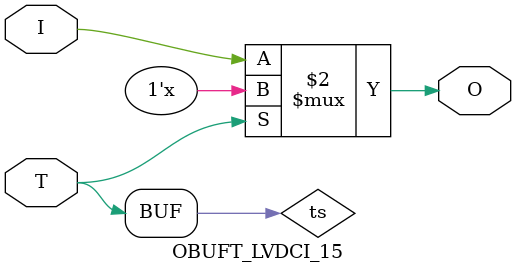
<source format=v>

/*

FUNCTION	: TRI-STATE OUTPUT BUFFER

*/

`celldefine
`timescale  100 ps / 10 ps

module OBUFT_LVDCI_15 (O, I, T);

    output O;

    input  I, T;

    or O1 (ts, 1'b0, T);
    bufif0 T1 (O, I, ts);

endmodule

</source>
